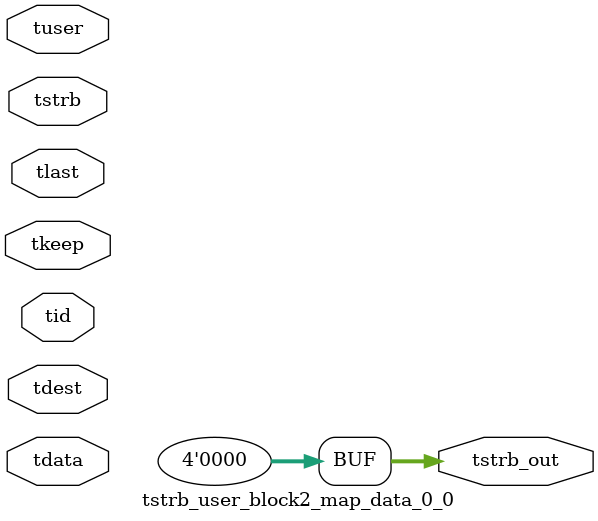
<source format=v>


`timescale 1ps/1ps

module tstrb_user_block2_map_data_0_0 #
(
parameter C_S_AXIS_TDATA_WIDTH = 32,
parameter C_S_AXIS_TUSER_WIDTH = 0,
parameter C_S_AXIS_TID_WIDTH   = 0,
parameter C_S_AXIS_TDEST_WIDTH = 0,
parameter C_M_AXIS_TDATA_WIDTH = 32
)
(
input  [(C_S_AXIS_TDATA_WIDTH == 0 ? 1 : C_S_AXIS_TDATA_WIDTH)-1:0     ] tdata,
input  [(C_S_AXIS_TUSER_WIDTH == 0 ? 1 : C_S_AXIS_TUSER_WIDTH)-1:0     ] tuser,
input  [(C_S_AXIS_TID_WIDTH   == 0 ? 1 : C_S_AXIS_TID_WIDTH)-1:0       ] tid,
input  [(C_S_AXIS_TDEST_WIDTH == 0 ? 1 : C_S_AXIS_TDEST_WIDTH)-1:0     ] tdest,
input  [(C_S_AXIS_TDATA_WIDTH/8)-1:0 ] tkeep,
input  [(C_S_AXIS_TDATA_WIDTH/8)-1:0 ] tstrb,
input                                                                    tlast,
output [(C_M_AXIS_TDATA_WIDTH/8)-1:0 ] tstrb_out
);

assign tstrb_out = {1'b0};

endmodule


</source>
